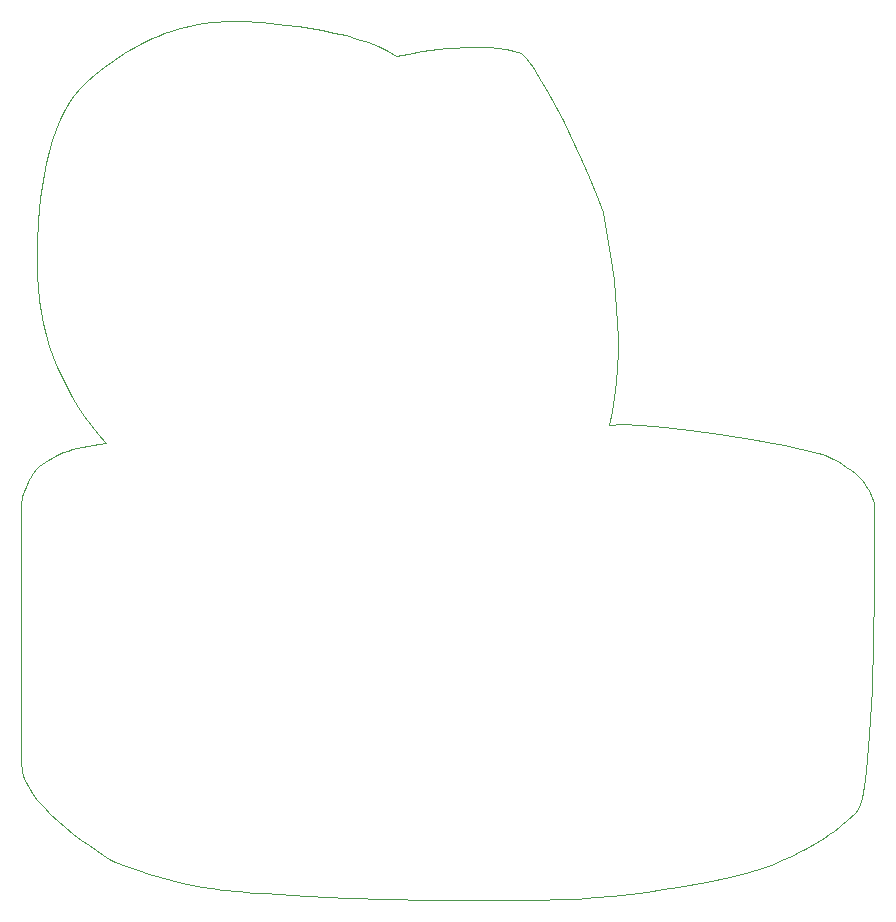
<source format=gm1>
G04 #@! TF.GenerationSoftware,KiCad,Pcbnew,9.0.1*
G04 #@! TF.CreationDate,2025-04-26T15:50:14-04:00*
G04 #@! TF.ProjectId,FISH,46495348-2e6b-4696-9361-645f70636258,rev?*
G04 #@! TF.SameCoordinates,Original*
G04 #@! TF.FileFunction,Profile,NP*
%FSLAX46Y46*%
G04 Gerber Fmt 4.6, Leading zero omitted, Abs format (unit mm)*
G04 Created by KiCad (PCBNEW 9.0.1) date 2025-04-26 15:50:14*
%MOMM*%
%LPD*%
G01*
G04 APERTURE LIST*
G04 #@! TA.AperFunction,Profile*
%ADD10C,0.000000*%
G04 #@! TD*
G04 APERTURE END LIST*
D10*
X140191899Y-69500000D02*
X141945487Y-69585885D01*
X143893791Y-69763961D01*
X144911701Y-69890865D01*
X145943175Y-70044770D01*
X146976510Y-70226994D01*
X148000000Y-70438854D01*
X149001941Y-70681668D01*
X149970629Y-70956755D01*
X150894357Y-71265431D01*
X151761423Y-71609014D01*
X152560121Y-71988823D01*
X153278746Y-72406174D01*
X154286954Y-72224791D01*
X155490499Y-72029972D01*
X156836670Y-71849622D01*
X157546769Y-71773593D01*
X158272759Y-71711647D01*
X159008050Y-71667270D01*
X159746054Y-71643951D01*
X160480182Y-71645179D01*
X161203846Y-71674441D01*
X161910457Y-71735226D01*
X162593425Y-71831021D01*
X163246163Y-71965315D01*
X163862082Y-72141597D01*
X164035262Y-72330926D01*
X164255338Y-72602033D01*
X164519599Y-72956081D01*
X164825329Y-73394232D01*
X165169817Y-73917650D01*
X165550349Y-74527496D01*
X165964213Y-75224933D01*
X166408695Y-76011125D01*
X166881082Y-76887234D01*
X167378662Y-77854422D01*
X167898720Y-78913853D01*
X168438545Y-80066689D01*
X168995424Y-81314093D01*
X169566642Y-82657228D01*
X170149488Y-84097256D01*
X170741247Y-85635340D01*
X171056990Y-87247650D01*
X171382035Y-89190686D01*
X171676074Y-91390035D01*
X171798870Y-92562573D01*
X171898799Y-93771284D01*
X171970823Y-95006867D01*
X172009903Y-96260019D01*
X172011001Y-97521440D01*
X171969079Y-98781827D01*
X171879097Y-100031879D01*
X171736019Y-101262294D01*
X171534804Y-102463771D01*
X171270414Y-103627007D01*
X172419910Y-103625864D01*
X173980747Y-103693971D01*
X175899596Y-103839388D01*
X178123128Y-104070176D01*
X180598013Y-104394396D01*
X183270922Y-104820109D01*
X184664971Y-105073544D01*
X186088526Y-105355375D01*
X187534923Y-105666610D01*
X188997496Y-106008256D01*
X189278904Y-106103531D01*
X189589967Y-106223947D01*
X189924793Y-106369428D01*
X190277494Y-106539894D01*
X190642178Y-106735270D01*
X191012956Y-106955476D01*
X191383936Y-107200436D01*
X191749230Y-107470071D01*
X192102945Y-107764305D01*
X192439193Y-108083059D01*
X192598925Y-108251607D01*
X192752082Y-108426257D01*
X192897926Y-108606997D01*
X193035722Y-108793819D01*
X193164734Y-108986714D01*
X193284224Y-109185670D01*
X193393457Y-109390679D01*
X193491697Y-109601731D01*
X193578206Y-109818816D01*
X193652250Y-110041924D01*
X193713091Y-110271047D01*
X193759993Y-110506173D01*
X193720306Y-117802049D01*
X193648374Y-121941123D01*
X193521871Y-126037204D01*
X193325915Y-129812480D01*
X193045623Y-132989135D01*
X192869200Y-134266165D01*
X192666112Y-135289359D01*
X192434498Y-136023992D01*
X192307413Y-136272247D01*
X192172499Y-136435338D01*
X191334023Y-137216684D01*
X191049100Y-137465313D01*
X190724443Y-137732932D01*
X190355245Y-138018380D01*
X189936699Y-138320493D01*
X189463997Y-138638110D01*
X188932335Y-138970066D01*
X188642891Y-139141059D01*
X188336904Y-139315200D01*
X188013773Y-139492345D01*
X187672898Y-139672349D01*
X187313678Y-139855065D01*
X186935512Y-140040349D01*
X186537798Y-140228056D01*
X186119936Y-140418039D01*
X185681326Y-140610154D01*
X185221366Y-140804255D01*
X184739456Y-141000197D01*
X184234995Y-141197835D01*
X183158679Y-141514043D01*
X181567665Y-141908827D01*
X179537609Y-142344973D01*
X177144163Y-142785269D01*
X175834812Y-142995343D01*
X174462983Y-143192499D01*
X173038135Y-143372086D01*
X171569723Y-143529452D01*
X170067205Y-143659945D01*
X168540037Y-143758914D01*
X166997676Y-143821706D01*
X165449579Y-143843671D01*
X161484145Y-143887567D01*
X155845213Y-143850352D01*
X152602825Y-143784290D01*
X149187630Y-143677505D01*
X145681486Y-143523181D01*
X142166248Y-143314503D01*
X141170552Y-143262259D01*
X139928873Y-143161467D01*
X138479659Y-142996615D01*
X137689242Y-142885321D01*
X136861359Y-142752197D01*
X136000816Y-142595304D01*
X135112420Y-142412702D01*
X134200976Y-142202455D01*
X133271290Y-141962622D01*
X132328168Y-141691265D01*
X131376417Y-141386447D01*
X130420842Y-141046227D01*
X129466249Y-140668668D01*
X128984689Y-140391101D01*
X128441505Y-140057956D01*
X127849487Y-139674427D01*
X127221425Y-139245707D01*
X126570108Y-138776989D01*
X125908327Y-138273467D01*
X125248871Y-137740335D01*
X124604530Y-137182785D01*
X123988095Y-136606011D01*
X123412355Y-136015208D01*
X122890100Y-135415568D01*
X122434120Y-134812284D01*
X122234980Y-134510899D01*
X122057205Y-134210551D01*
X121902394Y-133911889D01*
X121772145Y-133615561D01*
X121668058Y-133322219D01*
X121591730Y-133032509D01*
X121544761Y-132747083D01*
X121528749Y-132466588D01*
X121528749Y-110241589D01*
X121534886Y-110130420D01*
X121553037Y-109997160D01*
X121582816Y-109844520D01*
X121623834Y-109675216D01*
X121675704Y-109491958D01*
X121738039Y-109297461D01*
X121810450Y-109094438D01*
X121892551Y-108885600D01*
X121983954Y-108673663D01*
X122084271Y-108461337D01*
X122193114Y-108251337D01*
X122310097Y-108046376D01*
X122434831Y-107849165D01*
X122566929Y-107662420D01*
X122706003Y-107488851D01*
X122851666Y-107331174D01*
X123059470Y-107135901D01*
X123286265Y-106947217D01*
X123532438Y-106765510D01*
X123798378Y-106591166D01*
X124084472Y-106424574D01*
X124391107Y-106266121D01*
X124718671Y-106116195D01*
X125067551Y-105975183D01*
X125438136Y-105843472D01*
X125830812Y-105721451D01*
X126245967Y-105609507D01*
X126683990Y-105508027D01*
X127145267Y-105417400D01*
X127630185Y-105338012D01*
X128139133Y-105270251D01*
X128672499Y-105214505D01*
X128042301Y-104463969D01*
X127442309Y-103699869D01*
X126873663Y-102921040D01*
X126337499Y-102126322D01*
X125834958Y-101314550D01*
X125367178Y-100484562D01*
X124935296Y-99635195D01*
X124540452Y-98765287D01*
X124183783Y-97873675D01*
X123866429Y-96959196D01*
X123589529Y-96020687D01*
X123354219Y-95056987D01*
X123161640Y-94066931D01*
X123012929Y-93049357D01*
X122909225Y-92003104D01*
X122851666Y-90927006D01*
X122833165Y-89687811D01*
X122859107Y-88140621D01*
X122952434Y-86366053D01*
X123031538Y-85418694D01*
X123136092Y-84444722D01*
X123268965Y-83454213D01*
X123433025Y-82457245D01*
X123631140Y-81463893D01*
X123866177Y-80484236D01*
X124141006Y-79528351D01*
X124458493Y-78606313D01*
X124821507Y-77728201D01*
X125232916Y-76904091D01*
X125394438Y-76627236D01*
X125578486Y-76343059D01*
X126011860Y-75756834D01*
X126528447Y-75153617D01*
X127123653Y-74541604D01*
X127792885Y-73928995D01*
X128531551Y-73323989D01*
X129335058Y-72734784D01*
X130198814Y-72169578D01*
X130651849Y-71898537D01*
X131118225Y-71636571D01*
X131597366Y-71384704D01*
X132088698Y-71143961D01*
X132591649Y-70915367D01*
X133105642Y-70699947D01*
X133630105Y-70498725D01*
X134164463Y-70312727D01*
X134708143Y-70142976D01*
X135260569Y-69990500D01*
X135821168Y-69856321D01*
X136389366Y-69741464D01*
X136964589Y-69646955D01*
X137546263Y-69573819D01*
X138133813Y-69523080D01*
X138726666Y-69495763D01*
X140191899Y-69500000D01*
M02*

</source>
